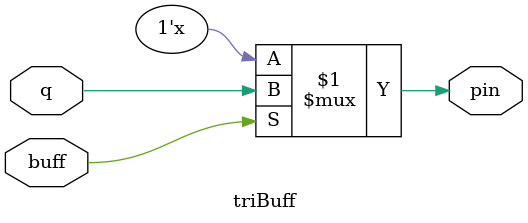
<source format=v>
module addressLatch (
    input C,
    input CE,
    input[7:0] D,
    output reg[7:0] Q);

    always @(posedge C) begin
        if (CE == 1)
            Q <= D;
    end
endmodule

// D Flip Flop to store the output of shift register serial out
module DFF (
    input C,
    input CE,
    input D,
    output reg Q);

    always @(posedge C) begin
        if (CE == 1)
            Q <= D;
    end
endmodule

// Tri-state buffer to output dff to miso pin
module triBuff (
    input q,
    input buff,
    output pin);

    // If buff high, q, else z
    assign pin = (buff) ? q : 1'bz;
endmodule
</source>
